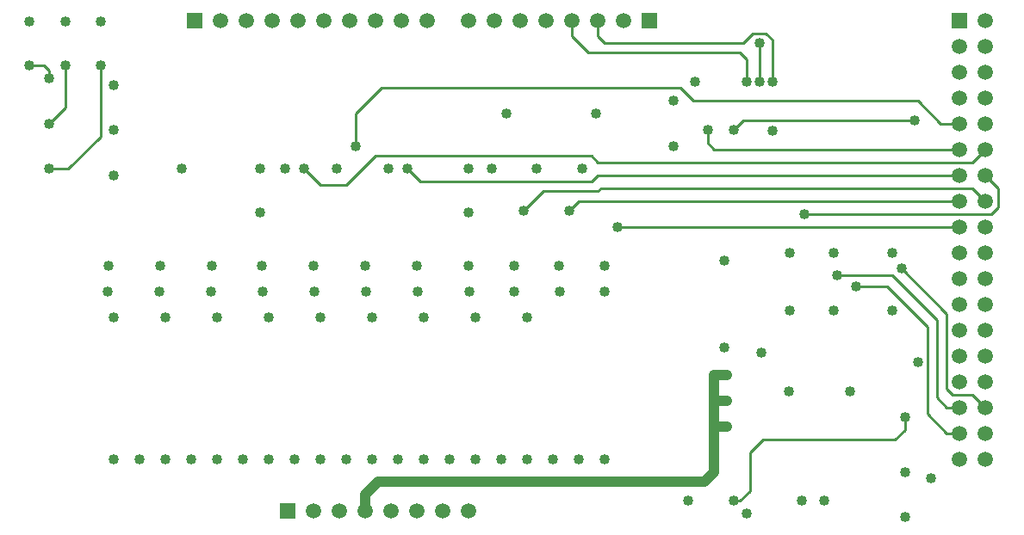
<source format=gbl>
G04 DipTrace 4.3.0.2*
G04 4 - Bottom.gbr*
%MOIN*%
G04 #@! TF.FileFunction,Copper,L4,Bot*
G04 #@! TF.Part,Single*
G04 #@! TA.AperFunction,Conductor*
%ADD10C,0.01*%
G04 #@! TA.AperFunction,ViaPad*
%ADD18C,0.04*%
G04 #@! TA.AperFunction,ComponentPad*
%ADD25R,0.059055X0.059055*%
%ADD27C,0.059055*%
%FSLAX26Y26*%
G04*
G70*
G90*
G75*
G01*
G04 Bottom*
%LPD*%
X1400000Y100000D2*
D18*
Y162500D1*
X1450000Y212500D1*
X2712500D1*
X2750000Y250000D1*
Y425000D1*
X2800000D1*
X2750000D2*
Y525000D1*
X2800000D1*
X2750000D2*
Y625000D1*
X2800000D1*
X2975000Y1762500D2*
D10*
Y1925000D1*
X2950591Y1949409D1*
X2899409D1*
X2862500Y1912500D1*
X2325000D1*
X2300000Y1937500D1*
Y2000000D1*
X2200000D2*
Y1937500D1*
X2262500Y1875000D1*
X2850000D1*
X2875000Y1850000D1*
Y1762500D1*
X1362500Y1512500D2*
Y1637500D1*
X1462500Y1737500D1*
X2618749D1*
X2668749Y1687500D1*
X3537500D1*
X3625000Y1600000D1*
X3700000D1*
X2725000Y1575000D2*
Y1525000D1*
X2750000Y1500000D1*
X3700000D1*
X1162500Y1425000D2*
X1225000Y1362500D1*
X1325000D1*
X1437500Y1475000D1*
X2275000D1*
X2300000Y1450000D1*
X3750000D1*
X3800000Y1500000D1*
X1562500Y1425000D2*
X1612500Y1375000D1*
X2275000D1*
X2300000Y1400000D1*
X3700000D1*
X3100000Y1250000D2*
X3823315D1*
X3850000Y1276685D1*
Y1350000D1*
X3800000Y1400000D1*
X2187500Y1262500D2*
X2225000Y1300000D1*
X3700000D1*
X2012500Y1262500D2*
X2087500Y1337500D1*
X2300000D1*
X2312500Y1350000D1*
X3750000D1*
X3800000Y1300000D1*
X2375000Y1200000D2*
X3700000D1*
X2825000Y1575000D2*
X2862500Y1612500D1*
X3525000D1*
X3225000Y1012500D2*
X3437500D1*
X3612500Y837500D1*
Y537500D1*
X3650000Y500000D1*
X3700000D1*
X3475000Y1037500D2*
X3650000Y862500D1*
Y571213D1*
X3671213Y550000D1*
X3750000D1*
X3800000Y500000D1*
X3300000Y968749D2*
X3418751D1*
X3575000Y812500D1*
Y475000D1*
X3650000Y400000D1*
X3700000D1*
X175000Y1425000D2*
X250000D1*
X375001Y1550001D1*
Y1825000D1*
X100001D2*
X156251D1*
X175000Y1806251D1*
Y1775000D1*
X237500Y1825000D2*
Y1662500D1*
X175000Y1600000D1*
X3487500Y462500D2*
Y412500D1*
X3450000Y375000D1*
X2937500D1*
X2887500Y325000D1*
Y175000D1*
X2850000Y137500D1*
X2825000D1*
X2925000Y1912500D2*
Y1762500D1*
D18*
X175000Y1425000D3*
X375001Y1825000D3*
X100001D3*
X175000Y1775000D3*
X237500Y1825000D3*
X175000Y1600000D3*
X3437500Y875000D3*
X3037500Y562500D3*
X3087500Y137500D3*
X3487500Y75000D3*
X3175000Y137500D3*
X2787500Y731249D3*
X3437500Y1100000D3*
X2931250Y712500D3*
X3537500Y675000D3*
X3212500Y875000D3*
X3487500Y462500D3*
Y250000D3*
X2800000Y425000D3*
Y525000D3*
Y625000D3*
X2825000Y137500D3*
X100000Y1997047D3*
X237500Y1996024D3*
X375000Y1997047D3*
X425000Y1750000D3*
Y1575000D3*
Y1400000D3*
X1800000Y1425000D3*
Y1256249D3*
X3587500Y225000D3*
X1287500Y1425000D3*
X1087500D3*
X2975000Y1570748D3*
X425000Y850000D3*
X625000D3*
X825000D3*
X1025000D3*
X1225000D3*
X1425000D3*
X1625000D3*
X1825000D3*
X1325000Y300000D3*
X1225000D3*
X1125000D3*
X1025000D3*
X925000D3*
X825000D3*
X725000D3*
X625000D3*
X525000D3*
X425000D3*
X2325000D3*
X2675000Y1761693D3*
X2225000Y300000D3*
X3212500Y1100000D3*
X2125000Y300000D3*
X1000000Y1050000D3*
X2025000Y300000D3*
X2150000Y1050000D3*
X1925000Y300000D3*
X1600000Y1050000D3*
X1825000Y300000D3*
X1200000Y1050000D3*
X1725000Y300000D3*
X1400000Y1050000D3*
X1625000Y300000D3*
X1975000Y1050000D3*
X1525000Y300000D3*
X2325000Y1050000D3*
X1425000Y300000D3*
X1800000Y1050000D3*
X2025000Y850000D3*
X2293751Y1637500D3*
X1487500Y1425000D3*
X1887500D3*
X993751Y1256249D3*
X2062500Y1425000D3*
X2593749Y1687500D3*
X687500Y1425000D3*
X2237500D3*
X1945984Y1637500D3*
X604248Y1050000D3*
X2787500Y1068749D3*
X404248Y1050000D3*
X3043751Y875000D3*
X804248Y1050000D3*
X993751Y1425000D3*
X2825000Y1575000D3*
X2875000Y87500D3*
X3043751Y1100000D3*
X3275000Y562500D3*
X2593749Y1511043D3*
X2875000Y1762500D3*
X401299Y950000D3*
X1601299D3*
X601299D3*
X801299D3*
X1001299D3*
X1201299D3*
X3100000Y1250000D3*
X1401299Y950000D3*
X1801299D3*
X3300000Y968749D3*
X1976299Y950000D3*
X3475000Y1037500D3*
X2151299Y950000D3*
X3225000Y1012500D3*
X2326299Y950000D3*
X1362500Y1512500D3*
X1162500Y1425000D3*
X1562500D3*
X2187500Y1262500D3*
X2012500D3*
X2375000Y1200000D3*
X2975000Y1762500D3*
X2725000Y1575000D3*
X3525000Y1612500D3*
X2650000Y137500D3*
X2925000Y1762500D3*
Y1912500D3*
D25*
X1100000Y100000D3*
D27*
X1200000D3*
X1300000D3*
X1400000D3*
X1500000D3*
X1600000D3*
X1700000D3*
X1800000D3*
D25*
X2500000Y2000000D3*
D27*
X2400000D3*
X2300000D3*
X2200000D3*
X2100000D3*
X2000000D3*
X1900000D3*
X1800000D3*
D25*
X740000D3*
D27*
X840000D3*
X940000D3*
X1040000D3*
X1140000D3*
X1240000D3*
X1340000D3*
X1440000D3*
X1540000D3*
X1640000D3*
D25*
X3700000D3*
D27*
X3800000D3*
X3700000Y1900000D3*
X3800000D3*
X3700000Y1800000D3*
X3800000D3*
X3700000Y1700000D3*
X3800000D3*
X3700000Y1600000D3*
X3800000D3*
X3700000Y1500000D3*
X3800000D3*
X3700000Y1400000D3*
X3800000D3*
X3700000Y1300000D3*
X3800000D3*
X3700000Y1200000D3*
X3800000D3*
X3700000Y1100000D3*
X3800000D3*
X3700000Y1000000D3*
X3800000D3*
X3700000Y900000D3*
X3800000D3*
X3700000Y800000D3*
X3800000D3*
X3700000Y700000D3*
X3800000D3*
X3700000Y600000D3*
X3800000D3*
X3700000Y500000D3*
X3800000D3*
X3700000Y400000D3*
X3800000D3*
X3700000Y300000D3*
X3800000D3*
M02*

</source>
